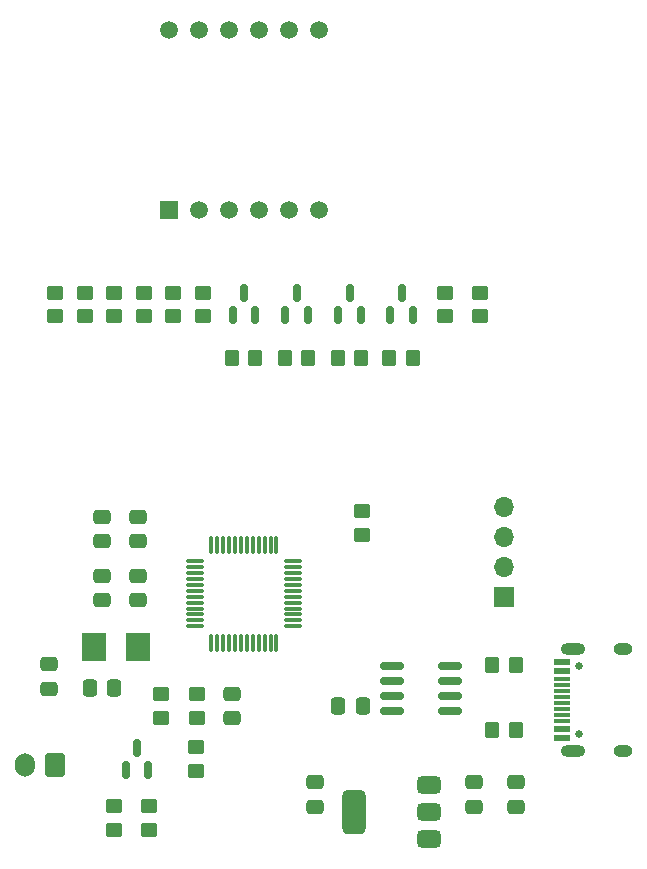
<source format=gbr>
%TF.GenerationSoftware,KiCad,Pcbnew,8.0.3*%
%TF.CreationDate,2024-07-18T13:59:58+08:00*%
%TF.ProjectId,NTC,4e54432e-6b69-4636-9164-5f7063625858,rev?*%
%TF.SameCoordinates,Original*%
%TF.FileFunction,Soldermask,Top*%
%TF.FilePolarity,Negative*%
%FSLAX46Y46*%
G04 Gerber Fmt 4.6, Leading zero omitted, Abs format (unit mm)*
G04 Created by KiCad (PCBNEW 8.0.3) date 2024-07-18 13:59:58*
%MOMM*%
%LPD*%
G01*
G04 APERTURE LIST*
G04 Aperture macros list*
%AMRoundRect*
0 Rectangle with rounded corners*
0 $1 Rounding radius*
0 $2 $3 $4 $5 $6 $7 $8 $9 X,Y pos of 4 corners*
0 Add a 4 corners polygon primitive as box body*
4,1,4,$2,$3,$4,$5,$6,$7,$8,$9,$2,$3,0*
0 Add four circle primitives for the rounded corners*
1,1,$1+$1,$2,$3*
1,1,$1+$1,$4,$5*
1,1,$1+$1,$6,$7*
1,1,$1+$1,$8,$9*
0 Add four rect primitives between the rounded corners*
20,1,$1+$1,$2,$3,$4,$5,0*
20,1,$1+$1,$4,$5,$6,$7,0*
20,1,$1+$1,$6,$7,$8,$9,0*
20,1,$1+$1,$8,$9,$2,$3,0*%
G04 Aperture macros list end*
%ADD10RoundRect,0.250000X-0.475000X0.337500X-0.475000X-0.337500X0.475000X-0.337500X0.475000X0.337500X0*%
%ADD11RoundRect,0.250000X0.450000X-0.350000X0.450000X0.350000X-0.450000X0.350000X-0.450000X-0.350000X0*%
%ADD12RoundRect,0.250000X0.475000X-0.337500X0.475000X0.337500X-0.475000X0.337500X-0.475000X-0.337500X0*%
%ADD13R,1.700000X1.700000*%
%ADD14O,1.700000X1.700000*%
%ADD15RoundRect,0.150000X0.150000X-0.587500X0.150000X0.587500X-0.150000X0.587500X-0.150000X-0.587500X0*%
%ADD16RoundRect,0.250000X0.350000X0.450000X-0.350000X0.450000X-0.350000X-0.450000X0.350000X-0.450000X0*%
%ADD17R,1.500000X1.500000*%
%ADD18C,1.500000*%
%ADD19RoundRect,0.150000X0.825000X0.150000X-0.825000X0.150000X-0.825000X-0.150000X0.825000X-0.150000X0*%
%ADD20C,0.650000*%
%ADD21R,1.450000X0.600000*%
%ADD22R,1.450000X0.300000*%
%ADD23O,2.100000X1.000000*%
%ADD24O,1.600000X1.000000*%
%ADD25RoundRect,0.375000X0.625000X0.375000X-0.625000X0.375000X-0.625000X-0.375000X0.625000X-0.375000X0*%
%ADD26RoundRect,0.500000X0.500000X1.400000X-0.500000X1.400000X-0.500000X-1.400000X0.500000X-1.400000X0*%
%ADD27RoundRect,0.250000X0.337500X0.475000X-0.337500X0.475000X-0.337500X-0.475000X0.337500X-0.475000X0*%
%ADD28RoundRect,0.250000X0.600000X0.750000X-0.600000X0.750000X-0.600000X-0.750000X0.600000X-0.750000X0*%
%ADD29O,1.700000X2.000000*%
%ADD30RoundRect,0.075000X-0.662500X-0.075000X0.662500X-0.075000X0.662500X0.075000X-0.662500X0.075000X0*%
%ADD31RoundRect,0.075000X-0.075000X-0.662500X0.075000X-0.662500X0.075000X0.662500X-0.075000X0.662500X0*%
%ADD32R,2.000000X2.400000*%
G04 APERTURE END LIST*
D10*
%TO.C,C6*%
X141000000Y-102962500D03*
X141000000Y-105037500D03*
%TD*%
D11*
%TO.C,R6*%
X145950000Y-119500000D03*
X145950000Y-117500000D03*
%TD*%
D10*
%TO.C,C10*%
X169500000Y-120462500D03*
X169500000Y-122537500D03*
%TD*%
D12*
%TO.C,C4*%
X138000000Y-100037500D03*
X138000000Y-97962500D03*
%TD*%
D13*
%TO.C,J1*%
X172000000Y-104800000D03*
D14*
X172000000Y-102260000D03*
X172000000Y-99720000D03*
X172000000Y-97180000D03*
%TD*%
D15*
%TO.C,Q3*%
X153500000Y-80937500D03*
X155400000Y-80937500D03*
X154450000Y-79062500D03*
%TD*%
%TO.C,Q2*%
X158000000Y-80937500D03*
X159900000Y-80937500D03*
X158950000Y-79062500D03*
%TD*%
D12*
%TO.C,C9*%
X156000000Y-122537500D03*
X156000000Y-120462500D03*
%TD*%
D11*
%TO.C,R15*%
X139000000Y-81000000D03*
X139000000Y-79000000D03*
%TD*%
D16*
%TO.C,R17*%
X164300000Y-84562500D03*
X162300000Y-84562500D03*
%TD*%
D17*
%TO.C,U2*%
X143650000Y-71977500D03*
D18*
X146190000Y-71977500D03*
X148730000Y-71977500D03*
X151270000Y-71977500D03*
X153810000Y-71977500D03*
X156350000Y-71977500D03*
X156350000Y-56737500D03*
X153810000Y-56737500D03*
X151270000Y-56737500D03*
X148730000Y-56737500D03*
X146190000Y-56737500D03*
X143650000Y-56737500D03*
%TD*%
D11*
%TO.C,R5*%
X142000000Y-124500000D03*
X142000000Y-122500000D03*
%TD*%
%TO.C,R12*%
X146500000Y-81000000D03*
X146500000Y-79000000D03*
%TD*%
D16*
%TO.C,R20*%
X150950000Y-84562500D03*
X148950000Y-84562500D03*
%TD*%
D10*
%TO.C,C11*%
X173000000Y-120462500D03*
X173000000Y-122537500D03*
%TD*%
D16*
%TO.C,R18*%
X159950000Y-84562500D03*
X157950000Y-84562500D03*
%TD*%
D11*
%TO.C,R9*%
X134000000Y-81000000D03*
X134000000Y-79000000D03*
%TD*%
%TO.C,R1*%
X146000000Y-115000000D03*
X146000000Y-113000000D03*
%TD*%
D16*
%TO.C,R7*%
X173000000Y-116000000D03*
X171000000Y-116000000D03*
%TD*%
D19*
%TO.C,U4*%
X167475000Y-114405000D03*
X167475000Y-113135000D03*
X167475000Y-111865000D03*
X167475000Y-110595000D03*
X162525000Y-110595000D03*
X162525000Y-111865000D03*
X162525000Y-113135000D03*
X162525000Y-114405000D03*
%TD*%
D10*
%TO.C,C7*%
X138000000Y-102962500D03*
X138000000Y-105037500D03*
%TD*%
D15*
%TO.C,Q1*%
X162400000Y-80937500D03*
X164300000Y-80937500D03*
X163350000Y-79062500D03*
%TD*%
D20*
%TO.C,J3*%
X178400000Y-116390000D03*
X178400000Y-110610000D03*
D21*
X176955000Y-116750000D03*
X176955000Y-115950000D03*
D22*
X176955000Y-114750000D03*
X176955000Y-113750000D03*
X176955000Y-113250000D03*
X176955000Y-112250000D03*
D21*
X176955000Y-111050000D03*
X176955000Y-110250000D03*
X176955000Y-110250000D03*
X176955000Y-111050000D03*
D22*
X176955000Y-111750000D03*
X176955000Y-112750000D03*
X176955000Y-114250000D03*
X176955000Y-115250000D03*
D21*
X176955000Y-115950000D03*
X176955000Y-116750000D03*
D23*
X177870000Y-117820000D03*
D24*
X182050000Y-117820000D03*
D23*
X177870000Y-109180000D03*
D24*
X182050000Y-109180000D03*
%TD*%
D25*
%TO.C,U3*%
X165650000Y-125300000D03*
X165650000Y-123000000D03*
D26*
X159350000Y-123000000D03*
D25*
X165650000Y-120700000D03*
%TD*%
D11*
%TO.C,R14*%
X141500000Y-81000000D03*
X141500000Y-79000000D03*
%TD*%
%TO.C,R13*%
X144000000Y-81000000D03*
X144000000Y-79000000D03*
%TD*%
D16*
%TO.C,R8*%
X173000000Y-110500000D03*
X171000000Y-110500000D03*
%TD*%
D27*
%TO.C,C1*%
X139037500Y-112500000D03*
X136962500Y-112500000D03*
%TD*%
D28*
%TO.C,J2*%
X134000000Y-119000000D03*
D29*
X131500000Y-119000000D03*
%TD*%
D10*
%TO.C,C3*%
X149000000Y-112962500D03*
X149000000Y-115037500D03*
%TD*%
D11*
%TO.C,R4*%
X139000000Y-124500000D03*
X139000000Y-122500000D03*
%TD*%
%TO.C,R16*%
X136500000Y-81000000D03*
X136500000Y-79000000D03*
%TD*%
%TO.C,R10*%
X170000000Y-81000000D03*
X170000000Y-79000000D03*
%TD*%
%TO.C,R3*%
X160000000Y-99500000D03*
X160000000Y-97500000D03*
%TD*%
D30*
%TO.C,U1*%
X145837500Y-101750000D03*
X145837500Y-102250000D03*
X145837500Y-102750000D03*
X145837500Y-103250000D03*
X145837500Y-103750000D03*
X145837500Y-104250000D03*
X145837500Y-104750000D03*
X145837500Y-105250000D03*
X145837500Y-105750000D03*
X145837500Y-106250000D03*
X145837500Y-106750000D03*
X145837500Y-107250000D03*
D31*
X147250000Y-108662500D03*
X147750000Y-108662500D03*
X148250000Y-108662500D03*
X148750000Y-108662500D03*
X149250000Y-108662500D03*
X149750000Y-108662500D03*
X150250000Y-108662500D03*
X150750000Y-108662500D03*
X151250000Y-108662500D03*
X151750000Y-108662500D03*
X152250000Y-108662500D03*
X152750000Y-108662500D03*
D30*
X154162500Y-107250000D03*
X154162500Y-106750000D03*
X154162500Y-106250000D03*
X154162500Y-105750000D03*
X154162500Y-105250000D03*
X154162500Y-104750000D03*
X154162500Y-104250000D03*
X154162500Y-103750000D03*
X154162500Y-103250000D03*
X154162500Y-102750000D03*
X154162500Y-102250000D03*
X154162500Y-101750000D03*
D31*
X152750000Y-100337500D03*
X152250000Y-100337500D03*
X151750000Y-100337500D03*
X151250000Y-100337500D03*
X150750000Y-100337500D03*
X150250000Y-100337500D03*
X149750000Y-100337500D03*
X149250000Y-100337500D03*
X148750000Y-100337500D03*
X148250000Y-100337500D03*
X147750000Y-100337500D03*
X147250000Y-100337500D03*
%TD*%
D11*
%TO.C,R2*%
X143000000Y-115000000D03*
X143000000Y-113000000D03*
%TD*%
%TO.C,R11*%
X167000000Y-81000000D03*
X167000000Y-79000000D03*
%TD*%
D27*
%TO.C,C8*%
X160037500Y-114000000D03*
X157962500Y-114000000D03*
%TD*%
D16*
%TO.C,R19*%
X155450000Y-84562500D03*
X153450000Y-84562500D03*
%TD*%
D15*
%TO.C,U5*%
X140000000Y-119437500D03*
X141900000Y-119437500D03*
X140950000Y-117562500D03*
%TD*%
%TO.C,Q4*%
X149050000Y-80937500D03*
X150950000Y-80937500D03*
X150000000Y-79062500D03*
%TD*%
D10*
%TO.C,C2*%
X133500000Y-110462500D03*
X133500000Y-112537500D03*
%TD*%
D12*
%TO.C,C5*%
X141000000Y-100037500D03*
X141000000Y-97962500D03*
%TD*%
D32*
%TO.C,Y1*%
X137300000Y-109000000D03*
X141000000Y-109000000D03*
%TD*%
M02*

</source>
